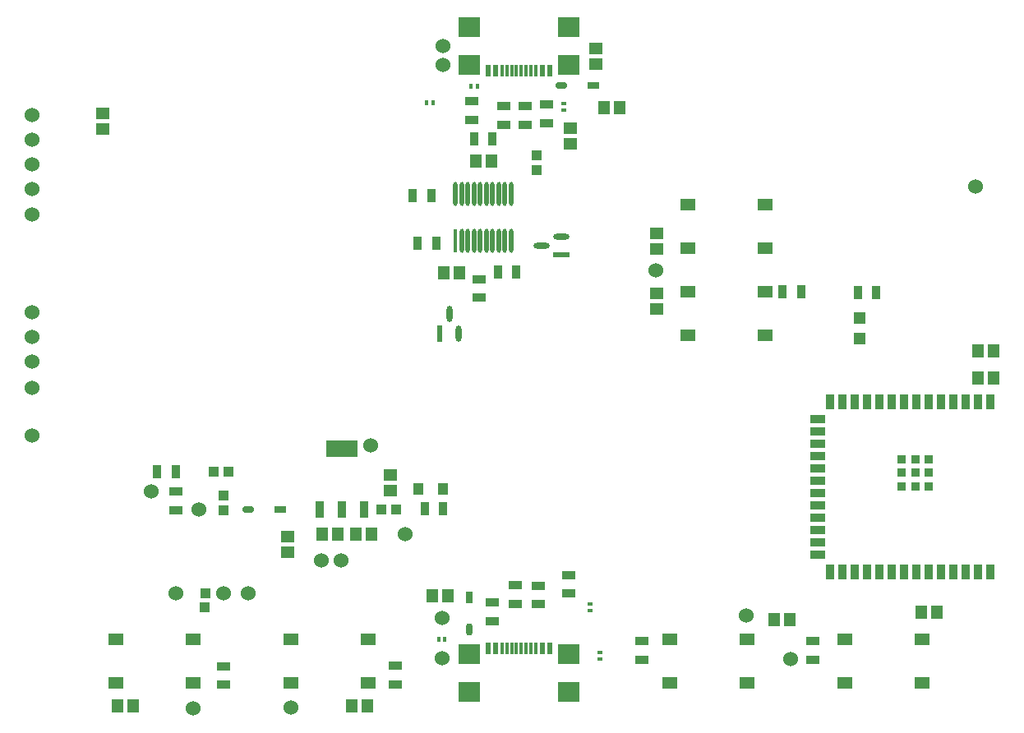
<source format=gtp>
G04*
G04 #@! TF.GenerationSoftware,Altium Limited,Altium Designer,25.3.2 (17)*
G04*
G04 Layer_Color=8421504*
%FSLAX25Y25*%
%MOIN*%
G70*
G04*
G04 #@! TF.SameCoordinates,61AD8EE7-702F-4F1E-9177-D9EBC2C31418*
G04*
G04*
G04 #@! TF.FilePolarity,Positive*
G04*
G01*
G75*
%ADD18R,0.06102X0.05118*%
%ADD19R,0.05136X0.05733*%
%ADD20C,0.06000*%
%ADD21R,0.03937X0.03937*%
%ADD22R,0.02362X0.01378*%
%ADD23R,0.01378X0.02362*%
%ADD24R,0.01181X0.04528*%
%ADD25R,0.02362X0.04528*%
%ADD26R,0.08583X0.07874*%
G04:AMPARAMS|DCode=27|XSize=35.43mil|YSize=68.9mil|CornerRadius=1.95mil|HoleSize=0mil|Usage=FLASHONLY|Rotation=180.000|XOffset=0mil|YOffset=0mil|HoleType=Round|Shape=RoundedRectangle|*
%AMROUNDEDRECTD27*
21,1,0.03543,0.06500,0,0,180.0*
21,1,0.03154,0.06890,0,0,180.0*
1,1,0.00390,-0.01577,0.03250*
1,1,0.00390,0.01577,0.03250*
1,1,0.00390,0.01577,-0.03250*
1,1,0.00390,-0.01577,-0.03250*
%
%ADD27ROUNDEDRECTD27*%
G04:AMPARAMS|DCode=28|XSize=125.98mil|YSize=68.9mil|CornerRadius=2.07mil|HoleSize=0mil|Usage=FLASHONLY|Rotation=180.000|XOffset=0mil|YOffset=0mil|HoleType=Round|Shape=RoundedRectangle|*
%AMROUNDEDRECTD28*
21,1,0.12598,0.06476,0,0,180.0*
21,1,0.12185,0.06890,0,0,180.0*
1,1,0.00413,-0.06093,0.03238*
1,1,0.00413,0.06093,0.03238*
1,1,0.00413,0.06093,-0.03238*
1,1,0.00413,-0.06093,-0.03238*
%
%ADD28ROUNDEDRECTD28*%
%ADD29R,0.05433X0.03622*%
%ADD30R,0.03543X0.05906*%
%ADD31R,0.05906X0.03543*%
%ADD32R,0.03543X0.03543*%
%ADD33R,0.04724X0.04724*%
G04:AMPARAMS|DCode=34|XSize=65.24mil|YSize=24.1mil|CornerRadius=12.05mil|HoleSize=0mil|Usage=FLASHONLY|Rotation=180.000|XOffset=0mil|YOffset=0mil|HoleType=Round|Shape=RoundedRectangle|*
%AMROUNDEDRECTD34*
21,1,0.06524,0.00000,0,0,180.0*
21,1,0.04114,0.02410,0,0,180.0*
1,1,0.02410,-0.02057,0.00000*
1,1,0.02410,0.02057,0.00000*
1,1,0.02410,0.02057,0.00000*
1,1,0.02410,-0.02057,0.00000*
%
%ADD34ROUNDEDRECTD34*%
%ADD35R,0.06524X0.02410*%
%ADD36R,0.03622X0.05433*%
%ADD37R,0.03937X0.03937*%
%ADD38R,0.04951X0.02766*%
G04:AMPARAMS|DCode=39|XSize=49.51mil|YSize=27.66mil|CornerRadius=13.83mil|HoleSize=0mil|Usage=FLASHONLY|Rotation=180.000|XOffset=0mil|YOffset=0mil|HoleType=Round|Shape=RoundedRectangle|*
%AMROUNDEDRECTD39*
21,1,0.04951,0.00000,0,0,180.0*
21,1,0.02185,0.02766,0,0,180.0*
1,1,0.02766,-0.01093,0.00000*
1,1,0.02766,0.01093,0.00000*
1,1,0.02766,0.01093,0.00000*
1,1,0.02766,-0.01093,0.00000*
%
%ADD39ROUNDEDRECTD39*%
%ADD40R,0.04331X0.04921*%
%ADD41R,0.05733X0.05136*%
%ADD42R,0.02766X0.04951*%
G04:AMPARAMS|DCode=43|XSize=49.51mil|YSize=27.66mil|CornerRadius=13.83mil|HoleSize=0mil|Usage=FLASHONLY|Rotation=270.000|XOffset=0mil|YOffset=0mil|HoleType=Round|Shape=RoundedRectangle|*
%AMROUNDEDRECTD43*
21,1,0.04951,0.00000,0,0,270.0*
21,1,0.02185,0.02766,0,0,270.0*
1,1,0.02766,0.00000,-0.01093*
1,1,0.02766,0.00000,0.01093*
1,1,0.02766,0.00000,0.01093*
1,1,0.02766,0.00000,-0.01093*
%
%ADD43ROUNDEDRECTD43*%
G04:AMPARAMS|DCode=44|XSize=97.53mil|YSize=16.81mil|CornerRadius=8.41mil|HoleSize=0mil|Usage=FLASHONLY|Rotation=90.000|XOffset=0mil|YOffset=0mil|HoleType=Round|Shape=RoundedRectangle|*
%AMROUNDEDRECTD44*
21,1,0.09753,0.00000,0,0,90.0*
21,1,0.08072,0.01681,0,0,90.0*
1,1,0.01681,0.00000,0.04036*
1,1,0.01681,0.00000,-0.04036*
1,1,0.01681,0.00000,-0.04036*
1,1,0.01681,0.00000,0.04036*
%
%ADD44ROUNDEDRECTD44*%
%ADD45R,0.01681X0.09753*%
G04:AMPARAMS|DCode=46|XSize=65.24mil|YSize=24.1mil|CornerRadius=12.05mil|HoleSize=0mil|Usage=FLASHONLY|Rotation=90.000|XOffset=0mil|YOffset=0mil|HoleType=Round|Shape=RoundedRectangle|*
%AMROUNDEDRECTD46*
21,1,0.06524,0.00000,0,0,90.0*
21,1,0.04114,0.02410,0,0,90.0*
1,1,0.02410,0.00000,0.02057*
1,1,0.02410,0.00000,-0.02057*
1,1,0.02410,0.00000,-0.02057*
1,1,0.02410,0.00000,0.02057*
%
%ADD46ROUNDEDRECTD46*%
%ADD47R,0.02410X0.06524*%
D18*
X142138Y17142D02*
D03*
X110839D02*
D03*
X142138Y34858D02*
D03*
X110839D02*
D03*
X271854Y211358D02*
D03*
X303154D02*
D03*
X271854Y193642D02*
D03*
X303154D02*
D03*
X335354Y34858D02*
D03*
X366654D02*
D03*
X335354Y17142D02*
D03*
X366654D02*
D03*
X295681D02*
D03*
X264382D02*
D03*
X295681Y34858D02*
D03*
X264382D02*
D03*
X39972D02*
D03*
X71272D02*
D03*
X39972Y17142D02*
D03*
X71272D02*
D03*
X303154Y158142D02*
D03*
X271854D02*
D03*
X303154Y175858D02*
D03*
X271854D02*
D03*
D19*
X141653Y8000D02*
D03*
X135347D02*
D03*
X40347D02*
D03*
X46653D02*
D03*
X372653Y46000D02*
D03*
X366347D02*
D03*
X313153Y43000D02*
D03*
X306847D02*
D03*
X237747Y250700D02*
D03*
X244053D02*
D03*
X179004Y183500D02*
D03*
X172699D02*
D03*
X192004Y229000D02*
D03*
X185699D02*
D03*
X174504Y52500D02*
D03*
X168199D02*
D03*
X143504Y77500D02*
D03*
X137199D02*
D03*
X123351D02*
D03*
X129657D02*
D03*
X389347Y140800D02*
D03*
X395653D02*
D03*
X389495Y152000D02*
D03*
X395800D02*
D03*
D20*
X5701Y217600D02*
D03*
X172504Y275500D02*
D03*
Y268000D02*
D03*
X5701Y167500D02*
D03*
Y147500D02*
D03*
Y136800D02*
D03*
Y157500D02*
D03*
X5700Y207400D02*
D03*
X143004Y113500D02*
D03*
X388400Y218600D02*
D03*
X5701Y227500D02*
D03*
Y237500D02*
D03*
X71000Y7000D02*
D03*
X110700Y7100D02*
D03*
X73504Y87500D02*
D03*
X64004Y53500D02*
D03*
X54004Y95000D02*
D03*
X157004Y77500D02*
D03*
X313500Y27000D02*
D03*
X295504Y44500D02*
D03*
X172000Y43500D02*
D03*
X123004Y67000D02*
D03*
X131004D02*
D03*
X93571Y53500D02*
D03*
X83504D02*
D03*
X172000Y27100D02*
D03*
X258800Y184500D02*
D03*
X5701Y117500D02*
D03*
Y247500D02*
D03*
D21*
X153504Y87500D02*
D03*
X147604Y87600D02*
D03*
X85504Y102900D02*
D03*
X79604Y103000D02*
D03*
D22*
X232300Y46720D02*
D03*
Y49279D02*
D03*
X236100Y29480D02*
D03*
Y26921D02*
D03*
X221504Y252280D02*
D03*
Y249720D02*
D03*
D23*
X168500Y252500D02*
D03*
X165941D02*
D03*
X186380Y259200D02*
D03*
X183820D02*
D03*
X173280Y35000D02*
D03*
X170721D02*
D03*
D24*
X210150Y31236D02*
D03*
X208181D02*
D03*
X206213D02*
D03*
X204244D02*
D03*
X202276D02*
D03*
X200307D02*
D03*
X198339D02*
D03*
X196370D02*
D03*
Y265512D02*
D03*
X198339D02*
D03*
X200307D02*
D03*
X202276D02*
D03*
X204244D02*
D03*
X206213D02*
D03*
X208181D02*
D03*
X210150D02*
D03*
D25*
X212709Y31236D02*
D03*
X193811D02*
D03*
X215858D02*
D03*
X190661D02*
D03*
X193811Y265512D02*
D03*
X212709D02*
D03*
X190661D02*
D03*
X215858D02*
D03*
D26*
X223378Y28972D02*
D03*
X183142D02*
D03*
X223378Y13500D02*
D03*
X183142D02*
D03*
Y267776D02*
D03*
X223378D02*
D03*
X183142Y283248D02*
D03*
X223378D02*
D03*
D27*
X122449Y87697D02*
D03*
X131504D02*
D03*
X140559D02*
D03*
D28*
X131504Y112303D02*
D03*
D29*
X211100Y49140D02*
D03*
Y56660D02*
D03*
X184004Y245740D02*
D03*
Y253260D02*
D03*
X197200Y251260D02*
D03*
Y243740D02*
D03*
X64004Y94760D02*
D03*
Y87240D02*
D03*
X322504Y34260D02*
D03*
Y26740D02*
D03*
X223400Y60960D02*
D03*
Y53440D02*
D03*
X201800Y49240D02*
D03*
Y56760D02*
D03*
X192504Y49760D02*
D03*
Y42240D02*
D03*
X83504Y16480D02*
D03*
Y24000D02*
D03*
X153004Y16740D02*
D03*
Y24260D02*
D03*
X253004Y34260D02*
D03*
Y26740D02*
D03*
X214504Y244240D02*
D03*
Y251760D02*
D03*
X205700Y251160D02*
D03*
Y243640D02*
D03*
X187004Y173480D02*
D03*
Y181000D02*
D03*
D30*
X394400Y131100D02*
D03*
X389400D02*
D03*
X384400D02*
D03*
X379400D02*
D03*
X374400D02*
D03*
X369400D02*
D03*
X364400D02*
D03*
X359400D02*
D03*
X354400D02*
D03*
X349400D02*
D03*
X344400D02*
D03*
X339400D02*
D03*
X334400D02*
D03*
X329400D02*
D03*
Y62202D02*
D03*
X334400D02*
D03*
X339400D02*
D03*
X344400D02*
D03*
X349400D02*
D03*
X354400D02*
D03*
X359400D02*
D03*
X364400D02*
D03*
X369400D02*
D03*
X374400D02*
D03*
X379400D02*
D03*
X384400D02*
D03*
X389400D02*
D03*
X394400D02*
D03*
D31*
X324479Y124151D02*
D03*
Y119151D02*
D03*
Y114151D02*
D03*
Y109151D02*
D03*
Y104151D02*
D03*
Y99151D02*
D03*
Y94151D02*
D03*
Y89151D02*
D03*
Y84151D02*
D03*
Y79151D02*
D03*
Y74151D02*
D03*
Y69151D02*
D03*
D32*
X364006Y102557D02*
D03*
X369518D02*
D03*
Y108069D02*
D03*
X364006D02*
D03*
X358494D02*
D03*
Y102557D02*
D03*
Y97045D02*
D03*
X364006D02*
D03*
X369518D02*
D03*
D33*
X341504Y156866D02*
D03*
Y165134D02*
D03*
D34*
X212565Y194500D02*
D03*
X220443Y198240D02*
D03*
D35*
Y190760D02*
D03*
D36*
X192504Y238000D02*
D03*
X184984D02*
D03*
X340744Y175500D02*
D03*
X348264D02*
D03*
X310244Y176000D02*
D03*
X317764D02*
D03*
X56484Y103000D02*
D03*
X64004D02*
D03*
X164984Y88000D02*
D03*
X172504D02*
D03*
X160244Y215000D02*
D03*
X167764D02*
D03*
X169764Y195500D02*
D03*
X162244D02*
D03*
X194744Y184000D02*
D03*
X202264D02*
D03*
D37*
X83604Y93200D02*
D03*
X83504Y87300D02*
D03*
X75904Y47800D02*
D03*
X76004Y53700D02*
D03*
X210404Y225300D02*
D03*
X210504Y231200D02*
D03*
D38*
X106502Y87500D02*
D03*
X233502Y259500D02*
D03*
D39*
X93506Y87500D02*
D03*
X220506Y259500D02*
D03*
D40*
X162583Y96000D02*
D03*
X172425D02*
D03*
D41*
X234504Y268347D02*
D03*
Y274653D02*
D03*
X224004Y242153D02*
D03*
Y235847D02*
D03*
X151004Y95347D02*
D03*
Y101653D02*
D03*
X109504Y76653D02*
D03*
Y70347D02*
D03*
X259004Y175153D02*
D03*
Y168847D02*
D03*
Y193347D02*
D03*
Y199653D02*
D03*
X34500Y248153D02*
D03*
Y241847D02*
D03*
D42*
X183004Y51998D02*
D03*
D43*
Y39002D02*
D03*
D44*
X177504Y215500D02*
D03*
X180004D02*
D03*
X182504D02*
D03*
X185004D02*
D03*
X187504D02*
D03*
X190004D02*
D03*
X192504D02*
D03*
X195004D02*
D03*
X197504D02*
D03*
X200004D02*
D03*
Y196498D02*
D03*
X197504D02*
D03*
X195004D02*
D03*
X192504D02*
D03*
X190004D02*
D03*
X187504D02*
D03*
X185004D02*
D03*
X182504D02*
D03*
X180004D02*
D03*
D45*
X177504D02*
D03*
D46*
X175004Y166939D02*
D03*
X178744Y159061D02*
D03*
D47*
X171264D02*
D03*
M02*

</source>
